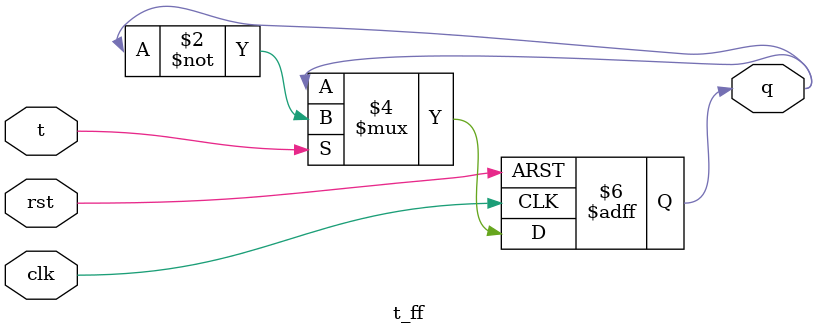
<source format=v>
`timescale 1ns / 1ps


module t_ff (
    input t,
    input clk,
    input rst,
    output reg q
);
    always @(posedge clk or posedge rst) begin
        if (rst)
            q <= 0;  // Reset the flip-flop
        else if (t)
            q <= ~q; // Toggle the output
        else
            q <= q;  // Maintain the current state
    end
endmodule

</source>
